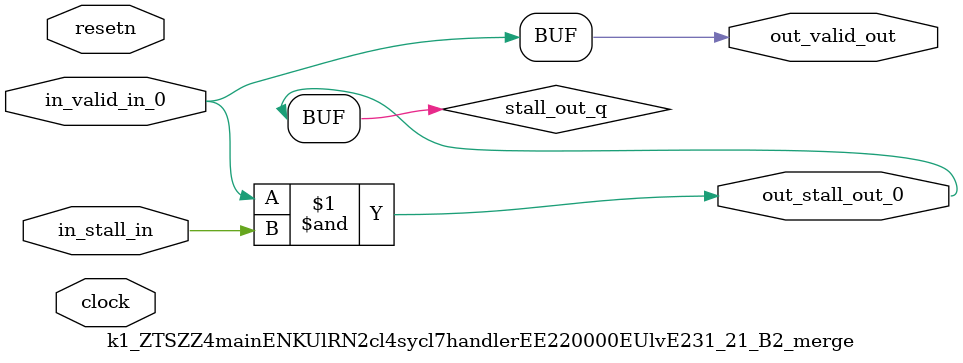
<source format=sv>



(* altera_attribute = "-name AUTO_SHIFT_REGISTER_RECOGNITION OFF; -name MESSAGE_DISABLE 10036; -name MESSAGE_DISABLE 10037; -name MESSAGE_DISABLE 14130; -name MESSAGE_DISABLE 14320; -name MESSAGE_DISABLE 15400; -name MESSAGE_DISABLE 14130; -name MESSAGE_DISABLE 10036; -name MESSAGE_DISABLE 12020; -name MESSAGE_DISABLE 12030; -name MESSAGE_DISABLE 12010; -name MESSAGE_DISABLE 12110; -name MESSAGE_DISABLE 14320; -name MESSAGE_DISABLE 13410; -name MESSAGE_DISABLE 113007; -name MESSAGE_DISABLE 10958" *)
module k1_ZTSZZ4mainENKUlRN2cl4sycl7handlerEE220000EUlvE231_21_B2_merge (
    input wire [0:0] in_stall_in,
    input wire [0:0] in_valid_in_0,
    output wire [0:0] out_stall_out_0,
    output wire [0:0] out_valid_out,
    input wire clock,
    input wire resetn
    );

    wire [0:0] stall_out_q;


    // stall_out(LOGICAL,6)
    assign stall_out_q = in_valid_in_0 & in_stall_in;

    // out_stall_out_0(GPOUT,4)
    assign out_stall_out_0 = stall_out_q;

    // out_valid_out(GPOUT,5)
    assign out_valid_out = in_valid_in_0;

endmodule

</source>
